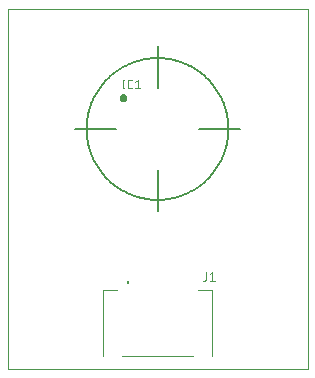
<source format=gto>
G04 EAGLE Gerber RS-274X export*
G75*
%MOMM*%
%FSLAX34Y34*%
%LPD*%
%INSilk top*%
%IPPOS*%
%AMOC8*
5,1,8,0,0,1.08239X$1,22.5*%
G01*
%ADD10C,0.000000*%
%ADD11C,0.152400*%
%ADD12C,0.325000*%
%ADD13C,0.076200*%
%ADD14C,0.100000*%


D10*
X0Y0D02*
X254000Y0D01*
X254000Y304800D01*
X0Y304800D01*
X0Y0D01*
D11*
X57150Y203200D02*
X92075Y203200D01*
X161925Y203200D02*
X196850Y203200D01*
X127000Y168275D02*
X127000Y133350D01*
X127000Y238125D02*
X127000Y273050D01*
X67000Y203200D02*
X67018Y204672D01*
X67072Y206144D01*
X67163Y207614D01*
X67289Y209081D01*
X67451Y210545D01*
X67649Y212004D01*
X67883Y213458D01*
X68153Y214905D01*
X68458Y216346D01*
X68798Y217779D01*
X69173Y219203D01*
X69584Y220617D01*
X70028Y222021D01*
X70507Y223413D01*
X71020Y224794D01*
X71567Y226161D01*
X72147Y227514D01*
X72761Y228853D01*
X73407Y230177D01*
X74085Y231484D01*
X74795Y232774D01*
X75536Y234046D01*
X76309Y235300D01*
X77112Y236534D01*
X77945Y237748D01*
X78808Y238942D01*
X79699Y240114D01*
X80619Y241264D01*
X81567Y242390D01*
X82543Y243494D01*
X83545Y244572D01*
X84574Y245626D01*
X85628Y246655D01*
X86706Y247657D01*
X87810Y248633D01*
X88936Y249581D01*
X90086Y250501D01*
X91258Y251392D01*
X92452Y252255D01*
X93666Y253088D01*
X94900Y253891D01*
X96154Y254664D01*
X97426Y255405D01*
X98716Y256115D01*
X100023Y256793D01*
X101347Y257439D01*
X102686Y258053D01*
X104039Y258633D01*
X105406Y259180D01*
X106787Y259693D01*
X108179Y260172D01*
X109583Y260616D01*
X110997Y261027D01*
X112421Y261402D01*
X113854Y261742D01*
X115295Y262047D01*
X116742Y262317D01*
X118196Y262551D01*
X119655Y262749D01*
X121119Y262911D01*
X122586Y263037D01*
X124056Y263128D01*
X125528Y263182D01*
X127000Y263200D01*
X128472Y263182D01*
X129944Y263128D01*
X131414Y263037D01*
X132881Y262911D01*
X134345Y262749D01*
X135804Y262551D01*
X137258Y262317D01*
X138705Y262047D01*
X140146Y261742D01*
X141579Y261402D01*
X143003Y261027D01*
X144417Y260616D01*
X145821Y260172D01*
X147213Y259693D01*
X148594Y259180D01*
X149961Y258633D01*
X151314Y258053D01*
X152653Y257439D01*
X153977Y256793D01*
X155284Y256115D01*
X156574Y255405D01*
X157846Y254664D01*
X159100Y253891D01*
X160334Y253088D01*
X161548Y252255D01*
X162742Y251392D01*
X163914Y250501D01*
X165064Y249581D01*
X166190Y248633D01*
X167294Y247657D01*
X168372Y246655D01*
X169426Y245626D01*
X170455Y244572D01*
X171457Y243494D01*
X172433Y242390D01*
X173381Y241264D01*
X174301Y240114D01*
X175192Y238942D01*
X176055Y237748D01*
X176888Y236534D01*
X177691Y235300D01*
X178464Y234046D01*
X179205Y232774D01*
X179915Y231484D01*
X180593Y230177D01*
X181239Y228853D01*
X181853Y227514D01*
X182433Y226161D01*
X182980Y224794D01*
X183493Y223413D01*
X183972Y222021D01*
X184416Y220617D01*
X184827Y219203D01*
X185202Y217779D01*
X185542Y216346D01*
X185847Y214905D01*
X186117Y213458D01*
X186351Y212004D01*
X186549Y210545D01*
X186711Y209081D01*
X186837Y207614D01*
X186928Y206144D01*
X186982Y204672D01*
X187000Y203200D01*
X186982Y201728D01*
X186928Y200256D01*
X186837Y198786D01*
X186711Y197319D01*
X186549Y195855D01*
X186351Y194396D01*
X186117Y192942D01*
X185847Y191495D01*
X185542Y190054D01*
X185202Y188621D01*
X184827Y187197D01*
X184416Y185783D01*
X183972Y184379D01*
X183493Y182987D01*
X182980Y181606D01*
X182433Y180239D01*
X181853Y178886D01*
X181239Y177547D01*
X180593Y176223D01*
X179915Y174916D01*
X179205Y173626D01*
X178464Y172354D01*
X177691Y171100D01*
X176888Y169866D01*
X176055Y168652D01*
X175192Y167458D01*
X174301Y166286D01*
X173381Y165136D01*
X172433Y164010D01*
X171457Y162906D01*
X170455Y161828D01*
X169426Y160774D01*
X168372Y159745D01*
X167294Y158743D01*
X166190Y157767D01*
X165064Y156819D01*
X163914Y155899D01*
X162742Y155008D01*
X161548Y154145D01*
X160334Y153312D01*
X159100Y152509D01*
X157846Y151736D01*
X156574Y150995D01*
X155284Y150285D01*
X153977Y149607D01*
X152653Y148961D01*
X151314Y148347D01*
X149961Y147767D01*
X148594Y147220D01*
X147213Y146707D01*
X145821Y146228D01*
X144417Y145784D01*
X143003Y145373D01*
X141579Y144998D01*
X140146Y144658D01*
X138705Y144353D01*
X137258Y144083D01*
X135804Y143849D01*
X134345Y143651D01*
X132881Y143489D01*
X131414Y143363D01*
X129944Y143272D01*
X128472Y143218D01*
X127000Y143200D01*
X125528Y143218D01*
X124056Y143272D01*
X122586Y143363D01*
X121119Y143489D01*
X119655Y143651D01*
X118196Y143849D01*
X116742Y144083D01*
X115295Y144353D01*
X113854Y144658D01*
X112421Y144998D01*
X110997Y145373D01*
X109583Y145784D01*
X108179Y146228D01*
X106787Y146707D01*
X105406Y147220D01*
X104039Y147767D01*
X102686Y148347D01*
X101347Y148961D01*
X100023Y149607D01*
X98716Y150285D01*
X97426Y150995D01*
X96154Y151736D01*
X94900Y152509D01*
X93666Y153312D01*
X92452Y154145D01*
X91258Y155008D01*
X90086Y155899D01*
X88936Y156819D01*
X87810Y157767D01*
X86706Y158743D01*
X85628Y159745D01*
X84574Y160774D01*
X83545Y161828D01*
X82543Y162906D01*
X81567Y164010D01*
X80619Y165136D01*
X79699Y166286D01*
X78808Y167458D01*
X77945Y168652D01*
X77112Y169866D01*
X76309Y171100D01*
X75536Y172354D01*
X74795Y173626D01*
X74085Y174916D01*
X73407Y176223D01*
X72761Y177547D01*
X72147Y178886D01*
X71567Y180239D01*
X71020Y181606D01*
X70507Y182987D01*
X70028Y184379D01*
X69584Y185783D01*
X69173Y187197D01*
X68798Y188621D01*
X68458Y190054D01*
X68153Y191495D01*
X67883Y192942D01*
X67649Y194396D01*
X67451Y195855D01*
X67289Y197319D01*
X67163Y198786D01*
X67072Y200256D01*
X67018Y201728D01*
X67000Y203200D01*
D12*
X96630Y229200D02*
X96632Y229280D01*
X96638Y229361D01*
X96648Y229440D01*
X96662Y229519D01*
X96679Y229598D01*
X96701Y229675D01*
X96726Y229752D01*
X96756Y229826D01*
X96788Y229900D01*
X96825Y229972D01*
X96865Y230041D01*
X96908Y230109D01*
X96955Y230175D01*
X97004Y230238D01*
X97057Y230298D01*
X97113Y230356D01*
X97172Y230411D01*
X97233Y230463D01*
X97297Y230512D01*
X97363Y230558D01*
X97431Y230601D01*
X97501Y230640D01*
X97573Y230675D01*
X97647Y230707D01*
X97722Y230735D01*
X97799Y230760D01*
X97877Y230780D01*
X97955Y230797D01*
X98035Y230810D01*
X98114Y230819D01*
X98195Y230824D01*
X98275Y230825D01*
X98355Y230822D01*
X98436Y230815D01*
X98515Y230804D01*
X98594Y230789D01*
X98672Y230770D01*
X98750Y230748D01*
X98825Y230722D01*
X98900Y230692D01*
X98973Y230658D01*
X99044Y230620D01*
X99113Y230580D01*
X99181Y230536D01*
X99246Y230488D01*
X99308Y230438D01*
X99368Y230384D01*
X99425Y230328D01*
X99479Y230268D01*
X99531Y230206D01*
X99579Y230142D01*
X99624Y230075D01*
X99666Y230007D01*
X99704Y229936D01*
X99738Y229863D01*
X99769Y229789D01*
X99797Y229714D01*
X99820Y229637D01*
X99840Y229559D01*
X99856Y229480D01*
X99868Y229400D01*
X99876Y229320D01*
X99880Y229240D01*
X99880Y229160D01*
X99876Y229080D01*
X99868Y229000D01*
X99856Y228920D01*
X99840Y228841D01*
X99820Y228763D01*
X99797Y228686D01*
X99769Y228611D01*
X99738Y228537D01*
X99704Y228464D01*
X99666Y228393D01*
X99624Y228325D01*
X99579Y228258D01*
X99531Y228194D01*
X99479Y228132D01*
X99425Y228072D01*
X99368Y228016D01*
X99308Y227962D01*
X99246Y227912D01*
X99181Y227864D01*
X99113Y227820D01*
X99044Y227780D01*
X98973Y227742D01*
X98900Y227708D01*
X98825Y227678D01*
X98750Y227652D01*
X98672Y227630D01*
X98594Y227611D01*
X98515Y227596D01*
X98436Y227585D01*
X98355Y227578D01*
X98275Y227575D01*
X98195Y227576D01*
X98114Y227581D01*
X98035Y227590D01*
X97955Y227603D01*
X97877Y227620D01*
X97799Y227640D01*
X97722Y227665D01*
X97647Y227693D01*
X97573Y227725D01*
X97501Y227760D01*
X97431Y227799D01*
X97363Y227842D01*
X97297Y227888D01*
X97233Y227937D01*
X97172Y227989D01*
X97113Y228044D01*
X97057Y228102D01*
X97004Y228162D01*
X96955Y228225D01*
X96908Y228291D01*
X96865Y228359D01*
X96825Y228428D01*
X96788Y228500D01*
X96756Y228574D01*
X96726Y228648D01*
X96701Y228725D01*
X96679Y228802D01*
X96662Y228881D01*
X96648Y228960D01*
X96638Y229039D01*
X96632Y229120D01*
X96630Y229200D01*
D13*
X98187Y237617D02*
X98187Y244983D01*
X97369Y237617D02*
X99006Y237617D01*
X99006Y244983D02*
X97369Y244983D01*
X103607Y237617D02*
X105244Y237617D01*
X103607Y237617D02*
X103529Y237619D01*
X103451Y237624D01*
X103374Y237634D01*
X103297Y237647D01*
X103221Y237663D01*
X103146Y237683D01*
X103072Y237707D01*
X102999Y237734D01*
X102927Y237765D01*
X102857Y237799D01*
X102789Y237836D01*
X102722Y237877D01*
X102657Y237921D01*
X102595Y237967D01*
X102535Y238017D01*
X102477Y238069D01*
X102422Y238124D01*
X102370Y238182D01*
X102320Y238242D01*
X102274Y238304D01*
X102230Y238369D01*
X102189Y238436D01*
X102152Y238504D01*
X102118Y238574D01*
X102087Y238646D01*
X102060Y238719D01*
X102036Y238793D01*
X102016Y238868D01*
X102000Y238944D01*
X101987Y239021D01*
X101977Y239098D01*
X101972Y239176D01*
X101970Y239254D01*
X101970Y243346D01*
X101972Y243426D01*
X101978Y243506D01*
X101988Y243586D01*
X102001Y243665D01*
X102019Y243744D01*
X102040Y243821D01*
X102066Y243897D01*
X102095Y243972D01*
X102127Y244046D01*
X102163Y244118D01*
X102203Y244188D01*
X102246Y244255D01*
X102292Y244321D01*
X102342Y244384D01*
X102394Y244445D01*
X102449Y244504D01*
X102508Y244559D01*
X102568Y244611D01*
X102632Y244661D01*
X102698Y244707D01*
X102765Y244750D01*
X102835Y244790D01*
X102907Y244826D01*
X102981Y244858D01*
X103055Y244887D01*
X103132Y244913D01*
X103209Y244934D01*
X103288Y244952D01*
X103367Y244965D01*
X103447Y244975D01*
X103527Y244981D01*
X103607Y244983D01*
X105244Y244983D01*
X108089Y243346D02*
X110135Y244983D01*
X110135Y237617D01*
X108089Y237617D02*
X112181Y237617D01*
D14*
X81000Y66675D02*
X81000Y11175D01*
X81000Y66675D02*
X93000Y66675D01*
X173000Y66675D02*
X173000Y11175D01*
X173000Y66675D02*
X161000Y66675D01*
X157000Y11175D02*
X97000Y11175D01*
X101000Y73675D02*
X101002Y73719D01*
X101008Y73762D01*
X101017Y73804D01*
X101030Y73846D01*
X101047Y73886D01*
X101067Y73925D01*
X101090Y73962D01*
X101117Y73996D01*
X101146Y74029D01*
X101179Y74058D01*
X101213Y74085D01*
X101250Y74108D01*
X101289Y74128D01*
X101329Y74145D01*
X101371Y74158D01*
X101413Y74167D01*
X101456Y74173D01*
X101500Y74175D01*
X101544Y74173D01*
X101587Y74167D01*
X101629Y74158D01*
X101671Y74145D01*
X101711Y74128D01*
X101750Y74108D01*
X101787Y74085D01*
X101821Y74058D01*
X101854Y74029D01*
X101883Y73996D01*
X101910Y73962D01*
X101933Y73925D01*
X101953Y73886D01*
X101970Y73846D01*
X101983Y73804D01*
X101992Y73762D01*
X101998Y73719D01*
X102000Y73675D01*
X101998Y73631D01*
X101992Y73588D01*
X101983Y73546D01*
X101970Y73504D01*
X101953Y73464D01*
X101933Y73425D01*
X101910Y73388D01*
X101883Y73354D01*
X101854Y73321D01*
X101821Y73292D01*
X101787Y73265D01*
X101750Y73242D01*
X101711Y73222D01*
X101671Y73205D01*
X101629Y73192D01*
X101587Y73183D01*
X101544Y73177D01*
X101500Y73175D01*
X101456Y73177D01*
X101413Y73183D01*
X101371Y73192D01*
X101329Y73205D01*
X101289Y73222D01*
X101250Y73242D01*
X101213Y73265D01*
X101179Y73292D01*
X101146Y73321D01*
X101117Y73354D01*
X101090Y73388D01*
X101067Y73425D01*
X101047Y73464D01*
X101030Y73504D01*
X101017Y73546D01*
X101008Y73588D01*
X101002Y73631D01*
X101000Y73675D01*
D13*
X167936Y76229D02*
X167936Y81958D01*
X167936Y76229D02*
X167934Y76151D01*
X167929Y76073D01*
X167919Y75996D01*
X167906Y75919D01*
X167890Y75843D01*
X167870Y75768D01*
X167846Y75694D01*
X167819Y75621D01*
X167788Y75549D01*
X167754Y75479D01*
X167717Y75411D01*
X167676Y75344D01*
X167632Y75279D01*
X167586Y75217D01*
X167536Y75157D01*
X167484Y75099D01*
X167429Y75044D01*
X167371Y74992D01*
X167311Y74942D01*
X167249Y74896D01*
X167184Y74852D01*
X167118Y74811D01*
X167049Y74774D01*
X166979Y74740D01*
X166907Y74709D01*
X166834Y74682D01*
X166760Y74658D01*
X166685Y74638D01*
X166609Y74622D01*
X166532Y74609D01*
X166455Y74599D01*
X166377Y74594D01*
X166299Y74592D01*
X165481Y74592D01*
X171371Y80321D02*
X173417Y81958D01*
X173417Y74592D01*
X171371Y74592D02*
X175463Y74592D01*
M02*

</source>
